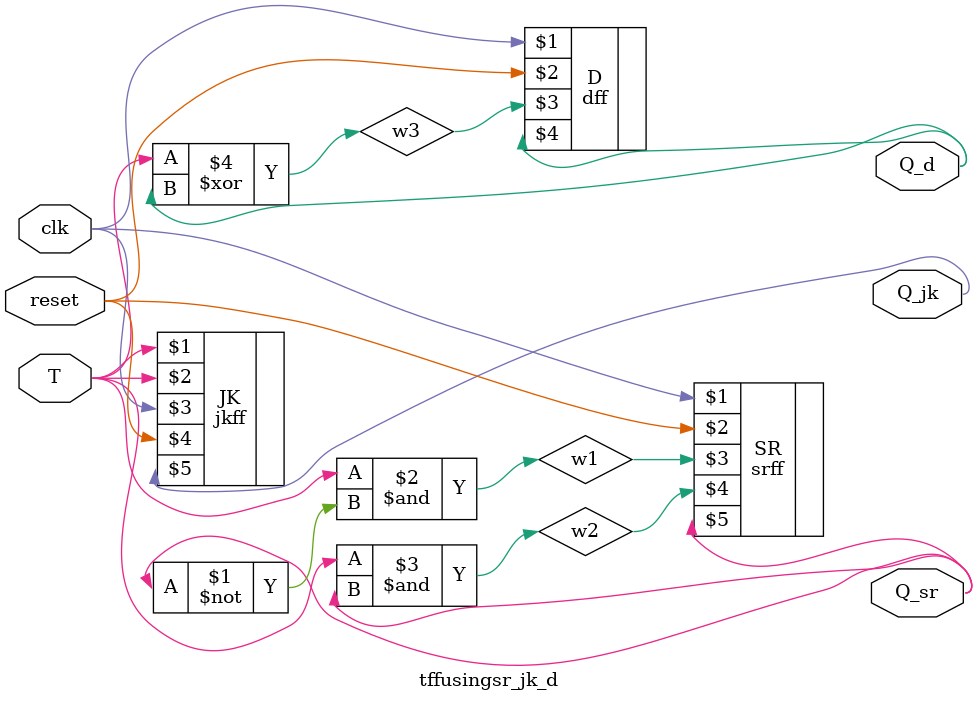
<source format=v>
module tffusingsr_jk_d(
    input clk, reset, T,
    output Q_sr, Q_jk, Q_d
    );
    wire w1, w2, w3;
    
    assign w1= T & (~Q_sr);
    assign w2= T & Q_sr;
    srff SR(clk, reset, w1, w2, Q_sr);
    
    jkff JK(T, T, clk, reset, Q_jk);
    
    assign w3= T ^ Q_d;
    dff D( clk, reset,w3, Q_d);
    
endmodule

</source>
